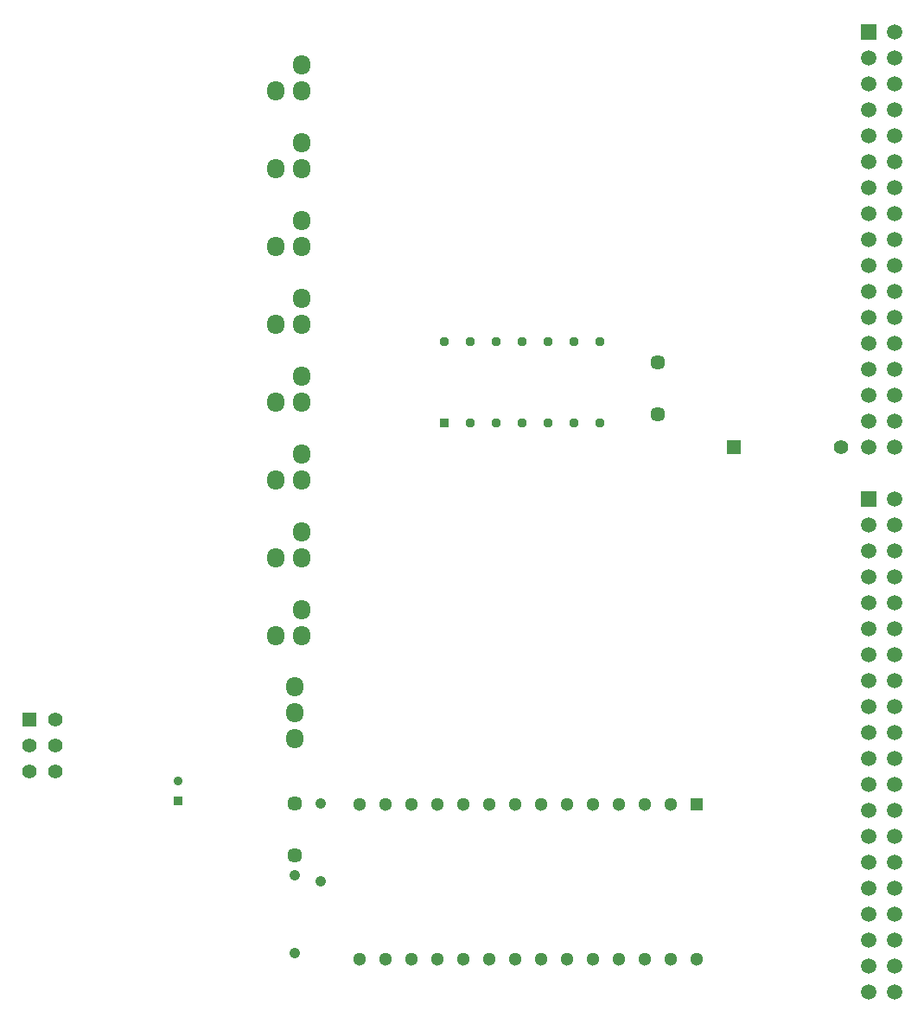
<source format=gbr>
G04 DipTrace 4.3.0.5*
G04 TopPaste.gbr*
%MOMM*%
G04 #@! TF.FileFunction,Paste,Top*
G04 #@! TF.Part,Single*
%ADD48C,1.3*%
%ADD50R,1.3X1.3*%
%ADD52C,0.94*%
%ADD54R,0.94X0.94*%
%ADD56C,1.07*%
%ADD58C,1.07*%
%ADD60O,1.705X1.959*%
%ADD62C,1.42*%
%ADD64R,1.42X1.42*%
%ADD66C,1.51*%
%ADD68R,1.51X1.51*%
%ADD70C,1.39*%
%ADD72R,1.39X1.39*%
%ADD74C,1.45*%
%ADD75C,0.9*%
%ADD76R,0.9X0.9*%
%FSLAX35Y35*%
G04*
G71*
G90*
G75*
G01*
G04 TopPaste*
%LPD*%
D76*
X-7302500Y-2830500D3*
D75*
Y-2630500D3*
D74*
X-2603492Y952500D3*
X-2603508Y1460500D3*
X-6159500Y-2857500D3*
Y-3365500D3*
D72*
X-1857500Y635000D3*
D70*
X-809500D3*
D68*
X-539750Y127000D3*
D66*
X-285750D3*
X-539750Y-127000D3*
X-285750D3*
X-539750Y-381000D3*
X-285750D3*
X-539750Y-635000D3*
X-285750D3*
X-539750Y-889000D3*
X-285750D3*
X-539750Y-1143000D3*
X-285750D3*
X-539750Y-1397000D3*
X-285750D3*
X-539750Y-1651000D3*
X-285750D3*
X-539750Y-1905000D3*
X-285750D3*
X-539750Y-2159000D3*
X-285750D3*
X-539750Y-2413000D3*
X-285750D3*
X-539750Y-2667000D3*
X-285750D3*
X-539750Y-2921000D3*
X-285750D3*
X-539750Y-3175000D3*
X-285750D3*
X-539750Y-3429000D3*
X-285750D3*
X-539750Y-3683000D3*
X-285750D3*
X-539750Y-3937000D3*
X-285750D3*
X-539750Y-4191000D3*
X-285750D3*
X-539750Y-4445000D3*
X-285750D3*
X-539750Y-4699000D3*
X-285750D3*
D68*
X-539750Y4699000D3*
D66*
X-285750D3*
X-539750Y4445000D3*
X-285750D3*
X-539750Y4191000D3*
X-285750D3*
X-539750Y3937000D3*
X-285750D3*
X-539750Y3683000D3*
X-285750D3*
X-539750Y3429000D3*
X-285750D3*
X-539750Y3175000D3*
X-285750D3*
X-539750Y2921000D3*
X-285750D3*
X-539750Y2667000D3*
X-285750D3*
X-539750Y2413000D3*
X-285750D3*
X-539750Y2159000D3*
X-285750D3*
X-539750Y1905000D3*
X-285750D3*
X-539750Y1651000D3*
X-285750D3*
X-539750Y1397000D3*
X-285750D3*
X-539750Y1143000D3*
X-285750D3*
X-539750Y889000D3*
X-285750D3*
X-539750Y635000D3*
X-285750D3*
D64*
X-8763000Y-2032000D3*
D62*
X-8509000D3*
X-8763000Y-2286000D3*
X-8509000D3*
X-8763000Y-2540000D3*
X-8509000D3*
D60*
X-6164173Y-2219197D3*
X-6164170Y-1711200D3*
X-6164173Y-1965197D3*
X-6091327Y4378197D3*
X-6345300Y4124200D3*
X-6091327Y4124197D3*
Y3616197D3*
X-6345300Y3362200D3*
X-6091327Y3362197D3*
Y2854197D3*
X-6345300Y2600200D3*
X-6091327Y2600197D3*
X-6091333Y2092196D3*
X-6345300Y1838193D3*
X-6091327Y1838196D3*
Y1330197D3*
X-6345300Y1076200D3*
X-6091327Y1076197D3*
Y568197D3*
X-6345300Y314200D3*
X-6091327Y314197D3*
Y-193803D3*
X-6345300Y-447800D3*
X-6091327Y-447803D3*
Y-955803D3*
X-6345300Y-1209800D3*
X-6091327Y-1209803D3*
D58*
X-6159507Y-3556000D3*
D56*
X-6159493Y-4318000D3*
D58*
X-5905507Y-2857500D3*
D56*
X-5905493Y-3619500D3*
D54*
X-4699000Y873000D3*
D52*
X-4445000D3*
X-4191000D3*
X-3937000D3*
X-3683000D3*
X-3429000D3*
X-3175000D3*
Y1667000D3*
X-3429000D3*
X-3683000D3*
X-3937000D3*
X-4191000D3*
X-4445000D3*
X-4699000D3*
D50*
X-2222500Y-2859500D3*
D48*
X-2476500D3*
X-2730500D3*
X-2984500D3*
X-3238500D3*
X-3492500D3*
X-3746500D3*
X-4000500D3*
X-4254500D3*
X-4508500D3*
X-4762500D3*
X-5016500D3*
X-5270500D3*
X-5524500D3*
Y-4379500D3*
X-5270500D3*
X-5016500D3*
X-4762500D3*
X-4508500D3*
X-4254500D3*
X-4000500D3*
X-3746500D3*
X-3492500D3*
X-3238500D3*
X-2984500D3*
X-2730500D3*
X-2476500D3*
X-2222500D3*
M02*

</source>
